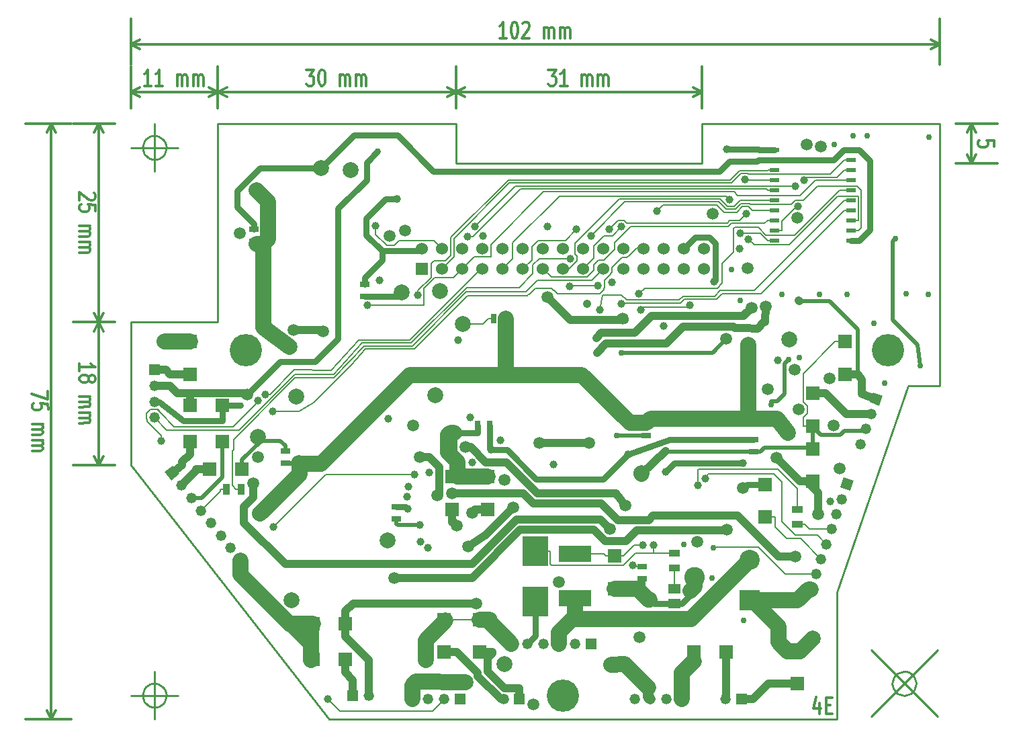
<source format=gbl>
G04 (created by PCBNEW-RS274X (2011-07-20 BZR 3052)-testing) date 2011-07-21 16:28:03*
G01*
G70*
G90*
%MOIN*%
G04 Gerber Fmt 3.4, Leading zero omitted, Abs format*
%FSLAX34Y34*%
G04 APERTURE LIST*
%ADD10C,0.006000*%
%ADD11C,0.012000*%
%ADD12C,0.008700*%
%ADD13C,0.160000*%
%ADD14R,0.050000X0.020000*%
%ADD15R,0.160000X0.080000*%
%ADD16R,0.055000X0.035000*%
%ADD17R,0.035000X0.055000*%
%ADD18R,0.045000X0.025000*%
%ADD19R,0.025000X0.045000*%
%ADD20R,0.052000X0.052000*%
%ADD21C,0.052000*%
%ADD22C,0.060000*%
%ADD23R,0.060000X0.060000*%
%ADD24R,0.066900X0.070800*%
%ADD25R,0.070800X0.066900*%
%ADD26R,0.125000X0.150000*%
%ADD27R,0.060000X0.050000*%
%ADD28R,0.100000X0.100000*%
%ADD29C,0.100000*%
%ADD30C,0.078800*%
%ADD31C,0.039400*%
%ADD32C,0.029500*%
%ADD33C,0.059200*%
%ADD34C,0.059100*%
%ADD35C,0.102400*%
%ADD36C,0.078800*%
%ADD37C,0.024800*%
%ADD38C,0.031600*%
%ADD39C,0.008000*%
%ADD40C,0.007900*%
%ADD41C,0.051800*%
%ADD42C,0.039400*%
%ADD43C,0.031500*%
%ADD44C,0.019700*%
G04 APERTURE END LIST*
G54D10*
G54D11*
X48298Y-42622D02*
X48498Y-42622D01*
X48584Y-43041D02*
X48298Y-43041D01*
X48298Y-42241D01*
X48584Y-42241D01*
X47950Y-42507D02*
X47950Y-43041D01*
X47807Y-42203D02*
X47664Y-42774D01*
X48036Y-42774D01*
G54D12*
X52363Y-26772D02*
X48819Y-37008D01*
X52756Y-41536D02*
X52744Y-41650D01*
X52711Y-41760D01*
X52657Y-41862D01*
X52584Y-41951D01*
X52495Y-42025D01*
X52394Y-42079D01*
X52284Y-42113D01*
X52170Y-42125D01*
X52056Y-42115D01*
X51945Y-42083D01*
X51843Y-42029D01*
X51754Y-41957D01*
X51680Y-41869D01*
X51624Y-41768D01*
X51589Y-41658D01*
X51577Y-41544D01*
X51586Y-41430D01*
X51618Y-41319D01*
X51671Y-41217D01*
X51742Y-41127D01*
X51830Y-41052D01*
X51930Y-40996D01*
X52040Y-40960D01*
X52154Y-40947D01*
X52268Y-40955D01*
X52379Y-40986D01*
X52482Y-41038D01*
X52572Y-41109D01*
X52648Y-41196D01*
X52704Y-41297D01*
X52741Y-41406D01*
X52755Y-41520D01*
X52756Y-41536D01*
X50513Y-39883D02*
X53819Y-43189D01*
X50513Y-43189D02*
X53819Y-39883D01*
X15551Y-42126D02*
X15539Y-42240D01*
X15506Y-42350D01*
X15452Y-42452D01*
X15379Y-42541D01*
X15290Y-42615D01*
X15189Y-42669D01*
X15079Y-42703D01*
X14965Y-42715D01*
X14851Y-42705D01*
X14740Y-42673D01*
X14638Y-42619D01*
X14549Y-42547D01*
X14475Y-42459D01*
X14419Y-42358D01*
X14384Y-42248D01*
X14372Y-42134D01*
X14381Y-42020D01*
X14413Y-41909D01*
X14466Y-41807D01*
X14537Y-41717D01*
X14625Y-41642D01*
X14725Y-41586D01*
X14835Y-41550D01*
X14949Y-41537D01*
X15063Y-41545D01*
X15174Y-41576D01*
X15277Y-41628D01*
X15367Y-41699D01*
X15443Y-41786D01*
X15499Y-41887D01*
X15536Y-41996D01*
X15550Y-42110D01*
X15551Y-42126D01*
X13780Y-42126D02*
X16142Y-42126D01*
X14961Y-40945D02*
X14961Y-43307D01*
X15551Y-14961D02*
X15539Y-15075D01*
X15506Y-15185D01*
X15452Y-15287D01*
X15379Y-15376D01*
X15290Y-15450D01*
X15189Y-15504D01*
X15079Y-15538D01*
X14965Y-15550D01*
X14851Y-15540D01*
X14740Y-15508D01*
X14638Y-15454D01*
X14549Y-15382D01*
X14475Y-15294D01*
X14419Y-15193D01*
X14384Y-15083D01*
X14372Y-14969D01*
X14381Y-14855D01*
X14413Y-14744D01*
X14466Y-14642D01*
X14537Y-14552D01*
X14625Y-14477D01*
X14725Y-14421D01*
X14835Y-14385D01*
X14949Y-14372D01*
X15063Y-14380D01*
X15174Y-14411D01*
X15277Y-14463D01*
X15367Y-14534D01*
X15443Y-14621D01*
X15499Y-14722D01*
X15536Y-14831D01*
X15550Y-14945D01*
X15551Y-14961D01*
X13780Y-14961D02*
X16142Y-14961D01*
X14961Y-13780D02*
X14961Y-16142D01*
G54D11*
X09677Y-27030D02*
X09678Y-27430D01*
X08878Y-27175D01*
X09679Y-27944D02*
X09678Y-27658D01*
X09297Y-27630D01*
X09335Y-27659D01*
X09374Y-27716D01*
X09374Y-27859D01*
X09336Y-27916D01*
X09298Y-27945D01*
X09222Y-27973D01*
X09032Y-27973D01*
X08955Y-27945D01*
X08917Y-27917D01*
X08879Y-27860D01*
X08879Y-27717D01*
X08916Y-27660D01*
X08954Y-27630D01*
X08880Y-28688D02*
X09414Y-28687D01*
X09337Y-28687D02*
X09375Y-28715D01*
X09414Y-28773D01*
X09415Y-28858D01*
X09376Y-28915D01*
X09300Y-28944D01*
X08881Y-28945D01*
X09300Y-28944D02*
X09376Y-28973D01*
X09415Y-29030D01*
X09415Y-29115D01*
X09376Y-29173D01*
X09300Y-29201D01*
X08881Y-29202D01*
X08882Y-29488D02*
X09416Y-29487D01*
X09339Y-29487D02*
X09377Y-29515D01*
X09416Y-29573D01*
X09416Y-29658D01*
X09377Y-29715D01*
X09301Y-29744D01*
X08882Y-29745D01*
X09301Y-29744D02*
X09377Y-29773D01*
X09416Y-29830D01*
X09416Y-29915D01*
X09377Y-29973D01*
X09302Y-30001D01*
X08883Y-30002D01*
X09844Y-13780D02*
X09844Y-43308D01*
X10827Y-13780D02*
X08564Y-13780D01*
X10827Y-43308D02*
X08564Y-43308D01*
X09844Y-43308D02*
X09614Y-42865D01*
X09844Y-43308D02*
X10074Y-42865D01*
X09844Y-13780D02*
X09614Y-14223D01*
X09844Y-13780D02*
X10074Y-14223D01*
X56627Y-14907D02*
X56627Y-14621D01*
X56246Y-14593D01*
X56284Y-14622D01*
X56322Y-14679D01*
X56322Y-14822D01*
X56284Y-14879D01*
X56246Y-14908D01*
X56170Y-14936D01*
X55980Y-14936D01*
X55903Y-14908D01*
X55865Y-14879D01*
X55827Y-14823D01*
X55827Y-14680D01*
X55865Y-14622D01*
X55903Y-14593D01*
X55511Y-13780D02*
X55511Y-15749D01*
X54725Y-13780D02*
X56791Y-13780D01*
X54725Y-15749D02*
X56791Y-15749D01*
X55511Y-15749D02*
X55281Y-15306D01*
X55511Y-15749D02*
X55741Y-15306D01*
X55511Y-13780D02*
X55281Y-14223D01*
X55511Y-13780D02*
X55741Y-14223D01*
X11240Y-26025D02*
X11239Y-25682D01*
X11240Y-25854D02*
X12040Y-25852D01*
X11926Y-25795D01*
X11850Y-25738D01*
X11811Y-25681D01*
X11698Y-26367D02*
X11736Y-26309D01*
X11774Y-26281D01*
X11850Y-26252D01*
X11888Y-26251D01*
X11964Y-26280D01*
X12003Y-26308D01*
X12041Y-26366D01*
X12041Y-26480D01*
X12003Y-26537D01*
X11965Y-26566D01*
X11889Y-26594D01*
X11851Y-26595D01*
X11775Y-26567D01*
X11736Y-26538D01*
X11698Y-26481D01*
X11698Y-26367D01*
X11660Y-26309D01*
X11621Y-26281D01*
X11545Y-26252D01*
X11393Y-26252D01*
X11316Y-26281D01*
X11279Y-26310D01*
X11241Y-26368D01*
X11241Y-26482D01*
X11279Y-26539D01*
X11317Y-26567D01*
X11394Y-26595D01*
X11546Y-26595D01*
X11622Y-26567D01*
X11660Y-26538D01*
X11698Y-26481D01*
X11242Y-27310D02*
X11776Y-27309D01*
X11699Y-27309D02*
X11737Y-27337D01*
X11776Y-27395D01*
X11777Y-27480D01*
X11738Y-27537D01*
X11662Y-27566D01*
X11243Y-27567D01*
X11662Y-27566D02*
X11738Y-27595D01*
X11777Y-27652D01*
X11777Y-27737D01*
X11738Y-27795D01*
X11662Y-27823D01*
X11243Y-27824D01*
X11244Y-28110D02*
X11778Y-28109D01*
X11701Y-28109D02*
X11739Y-28137D01*
X11778Y-28195D01*
X11778Y-28280D01*
X11739Y-28337D01*
X11663Y-28366D01*
X11244Y-28367D01*
X11663Y-28366D02*
X11739Y-28395D01*
X11778Y-28452D01*
X11778Y-28537D01*
X11739Y-28595D01*
X11664Y-28623D01*
X11245Y-28624D01*
X12206Y-23623D02*
X12206Y-30709D01*
X12993Y-23623D02*
X10926Y-23623D01*
X12993Y-30709D02*
X10926Y-30709D01*
X12206Y-30709D02*
X11976Y-30266D01*
X12206Y-30709D02*
X12436Y-30266D01*
X12206Y-23623D02*
X11976Y-24066D01*
X12206Y-23623D02*
X12436Y-24066D01*
X11963Y-17215D02*
X12001Y-17244D01*
X12040Y-17301D01*
X12040Y-17444D01*
X12002Y-17501D01*
X11964Y-17530D01*
X11888Y-17558D01*
X11812Y-17559D01*
X11697Y-17531D01*
X11239Y-17189D01*
X11240Y-17560D01*
X12041Y-18101D02*
X12040Y-17815D01*
X11659Y-17787D01*
X11697Y-17816D01*
X11736Y-17873D01*
X11736Y-18016D01*
X11698Y-18073D01*
X11660Y-18102D01*
X11584Y-18130D01*
X11394Y-18130D01*
X11317Y-18102D01*
X11279Y-18074D01*
X11241Y-18017D01*
X11241Y-17874D01*
X11278Y-17817D01*
X11316Y-17787D01*
X11242Y-18845D02*
X11776Y-18844D01*
X11699Y-18844D02*
X11737Y-18872D01*
X11776Y-18930D01*
X11777Y-19015D01*
X11738Y-19072D01*
X11662Y-19101D01*
X11243Y-19102D01*
X11662Y-19101D02*
X11738Y-19130D01*
X11777Y-19187D01*
X11777Y-19272D01*
X11738Y-19330D01*
X11662Y-19358D01*
X11243Y-19359D01*
X11244Y-19645D02*
X11778Y-19644D01*
X11701Y-19644D02*
X11739Y-19672D01*
X11778Y-19730D01*
X11778Y-19815D01*
X11739Y-19872D01*
X11663Y-19901D01*
X11244Y-19902D01*
X11663Y-19901D02*
X11739Y-19930D01*
X11778Y-19987D01*
X11778Y-20072D01*
X11739Y-20130D01*
X11664Y-20158D01*
X11245Y-20159D01*
X12206Y-13780D02*
X12206Y-23623D01*
X12993Y-13780D02*
X10926Y-13780D01*
X12993Y-23623D02*
X10926Y-23623D01*
X12206Y-23623D02*
X11976Y-23180D01*
X12206Y-23623D02*
X12436Y-23180D01*
X12206Y-13780D02*
X11976Y-14223D01*
X12206Y-13780D02*
X12436Y-14223D01*
X32430Y-09528D02*
X32087Y-09528D01*
X32259Y-09528D02*
X32259Y-08728D01*
X32202Y-08842D01*
X32144Y-08918D01*
X32087Y-08956D01*
X32801Y-08728D02*
X32858Y-08728D01*
X32915Y-08766D01*
X32944Y-08804D01*
X32973Y-08880D01*
X33001Y-09033D01*
X33001Y-09223D01*
X32973Y-09375D01*
X32944Y-09452D01*
X32915Y-09490D01*
X32858Y-09528D01*
X32801Y-09528D01*
X32744Y-09490D01*
X32715Y-09452D01*
X32687Y-09375D01*
X32658Y-09223D01*
X32658Y-09033D01*
X32687Y-08880D01*
X32715Y-08804D01*
X32744Y-08766D01*
X32801Y-08728D01*
X33229Y-08804D02*
X33258Y-08766D01*
X33315Y-08728D01*
X33458Y-08728D01*
X33515Y-08766D01*
X33544Y-08804D01*
X33572Y-08880D01*
X33572Y-08956D01*
X33544Y-09071D01*
X33201Y-09528D01*
X33572Y-09528D01*
X34286Y-09528D02*
X34286Y-08994D01*
X34286Y-09071D02*
X34314Y-09033D01*
X34372Y-08994D01*
X34457Y-08994D01*
X34514Y-09033D01*
X34543Y-09109D01*
X34543Y-09528D01*
X34543Y-09109D02*
X34572Y-09033D01*
X34629Y-08994D01*
X34714Y-08994D01*
X34772Y-09033D01*
X34800Y-09109D01*
X34800Y-09528D01*
X35086Y-09528D02*
X35086Y-08994D01*
X35086Y-09071D02*
X35114Y-09033D01*
X35172Y-08994D01*
X35257Y-08994D01*
X35314Y-09033D01*
X35343Y-09109D01*
X35343Y-09528D01*
X35343Y-09109D02*
X35372Y-09033D01*
X35429Y-08994D01*
X35514Y-08994D01*
X35572Y-09033D01*
X35600Y-09109D01*
X35600Y-09528D01*
X13780Y-09844D02*
X53937Y-09844D01*
X13780Y-10827D02*
X13780Y-08564D01*
X53937Y-10827D02*
X53937Y-08564D01*
X53937Y-09844D02*
X53494Y-10074D01*
X53937Y-09844D02*
X53494Y-09614D01*
X13780Y-09844D02*
X14223Y-10074D01*
X13780Y-09844D02*
X14223Y-09614D01*
X34511Y-11090D02*
X34882Y-11090D01*
X34682Y-11395D01*
X34768Y-11395D01*
X34825Y-11433D01*
X34854Y-11471D01*
X34882Y-11547D01*
X34882Y-11737D01*
X34854Y-11814D01*
X34825Y-11852D01*
X34768Y-11890D01*
X34596Y-11890D01*
X34539Y-11852D01*
X34511Y-11814D01*
X35453Y-11890D02*
X35110Y-11890D01*
X35282Y-11890D02*
X35282Y-11090D01*
X35225Y-11204D01*
X35167Y-11280D01*
X35110Y-11318D01*
X36167Y-11890D02*
X36167Y-11356D01*
X36167Y-11433D02*
X36195Y-11395D01*
X36253Y-11356D01*
X36338Y-11356D01*
X36395Y-11395D01*
X36424Y-11471D01*
X36424Y-11890D01*
X36424Y-11471D02*
X36453Y-11395D01*
X36510Y-11356D01*
X36595Y-11356D01*
X36653Y-11395D01*
X36681Y-11471D01*
X36681Y-11890D01*
X36967Y-11890D02*
X36967Y-11356D01*
X36967Y-11433D02*
X36995Y-11395D01*
X37053Y-11356D01*
X37138Y-11356D01*
X37195Y-11395D01*
X37224Y-11471D01*
X37224Y-11890D01*
X37224Y-11471D02*
X37253Y-11395D01*
X37310Y-11356D01*
X37395Y-11356D01*
X37453Y-11395D01*
X37481Y-11471D01*
X37481Y-11890D01*
X29922Y-12206D02*
X42126Y-12206D01*
X29922Y-12993D02*
X29922Y-10926D01*
X42126Y-12993D02*
X42126Y-10926D01*
X42126Y-12206D02*
X41683Y-12436D01*
X42126Y-12206D02*
X41683Y-11976D01*
X29922Y-12206D02*
X30365Y-12436D01*
X29922Y-12206D02*
X30365Y-11976D01*
X22503Y-11090D02*
X22874Y-11090D01*
X22674Y-11395D01*
X22760Y-11395D01*
X22817Y-11433D01*
X22846Y-11471D01*
X22874Y-11547D01*
X22874Y-11737D01*
X22846Y-11814D01*
X22817Y-11852D01*
X22760Y-11890D01*
X22588Y-11890D01*
X22531Y-11852D01*
X22503Y-11814D01*
X23245Y-11090D02*
X23302Y-11090D01*
X23359Y-11128D01*
X23388Y-11166D01*
X23417Y-11242D01*
X23445Y-11395D01*
X23445Y-11585D01*
X23417Y-11737D01*
X23388Y-11814D01*
X23359Y-11852D01*
X23302Y-11890D01*
X23245Y-11890D01*
X23188Y-11852D01*
X23159Y-11814D01*
X23131Y-11737D01*
X23102Y-11585D01*
X23102Y-11395D01*
X23131Y-11242D01*
X23159Y-11166D01*
X23188Y-11128D01*
X23245Y-11090D01*
X24159Y-11890D02*
X24159Y-11356D01*
X24159Y-11433D02*
X24187Y-11395D01*
X24245Y-11356D01*
X24330Y-11356D01*
X24387Y-11395D01*
X24416Y-11471D01*
X24416Y-11890D01*
X24416Y-11471D02*
X24445Y-11395D01*
X24502Y-11356D01*
X24587Y-11356D01*
X24645Y-11395D01*
X24673Y-11471D01*
X24673Y-11890D01*
X24959Y-11890D02*
X24959Y-11356D01*
X24959Y-11433D02*
X24987Y-11395D01*
X25045Y-11356D01*
X25130Y-11356D01*
X25187Y-11395D01*
X25216Y-11471D01*
X25216Y-11890D01*
X25216Y-11471D02*
X25245Y-11395D01*
X25302Y-11356D01*
X25387Y-11356D01*
X25445Y-11395D01*
X25473Y-11471D01*
X25473Y-11890D01*
X18111Y-12206D02*
X29922Y-12206D01*
X18111Y-12993D02*
X18111Y-10926D01*
X29922Y-12993D02*
X29922Y-10926D01*
X29922Y-12206D02*
X29479Y-12436D01*
X29922Y-12206D02*
X29479Y-11976D01*
X18111Y-12206D02*
X18554Y-12436D01*
X18111Y-12206D02*
X18554Y-11976D01*
G54D12*
X42126Y-15749D02*
X29922Y-15749D01*
X42126Y-13780D02*
X42126Y-15749D01*
X53937Y-13780D02*
X42126Y-13780D01*
X29922Y-13780D02*
X29922Y-15749D01*
X18111Y-13780D02*
X29922Y-13780D01*
X18111Y-21654D02*
X18111Y-13780D01*
X53937Y-26772D02*
X53937Y-13780D01*
X52363Y-26772D02*
X53937Y-26772D01*
X48819Y-37008D02*
X48819Y-43308D01*
X37796Y-43308D02*
X48819Y-43308D01*
X23623Y-43308D02*
X33859Y-43308D01*
G54D11*
X14803Y-11890D02*
X14460Y-11890D01*
X14632Y-11890D02*
X14632Y-11090D01*
X14575Y-11204D01*
X14517Y-11280D01*
X14460Y-11318D01*
X15374Y-11890D02*
X15031Y-11890D01*
X15203Y-11890D02*
X15203Y-11090D01*
X15146Y-11204D01*
X15088Y-11280D01*
X15031Y-11318D01*
X16088Y-11890D02*
X16088Y-11356D01*
X16088Y-11433D02*
X16116Y-11395D01*
X16174Y-11356D01*
X16259Y-11356D01*
X16316Y-11395D01*
X16345Y-11471D01*
X16345Y-11890D01*
X16345Y-11471D02*
X16374Y-11395D01*
X16431Y-11356D01*
X16516Y-11356D01*
X16574Y-11395D01*
X16602Y-11471D01*
X16602Y-11890D01*
X16888Y-11890D02*
X16888Y-11356D01*
X16888Y-11433D02*
X16916Y-11395D01*
X16974Y-11356D01*
X17059Y-11356D01*
X17116Y-11395D01*
X17145Y-11471D01*
X17145Y-11890D01*
X17145Y-11471D02*
X17174Y-11395D01*
X17231Y-11356D01*
X17316Y-11356D01*
X17374Y-11395D01*
X17402Y-11471D01*
X17402Y-11890D01*
X13780Y-12206D02*
X18111Y-12206D01*
X13780Y-12993D02*
X13780Y-10926D01*
X18111Y-12993D02*
X18111Y-10926D01*
X18111Y-12206D02*
X17668Y-12436D01*
X18111Y-12206D02*
X17668Y-11976D01*
X13780Y-12206D02*
X14223Y-12436D01*
X13780Y-12206D02*
X14223Y-11976D01*
G54D12*
X33859Y-43308D02*
X37796Y-43308D01*
X23623Y-43308D02*
X13780Y-30709D01*
X13780Y-23623D02*
X13780Y-30709D01*
X18111Y-23623D02*
X13780Y-23623D01*
X18111Y-21654D02*
X18111Y-23623D01*
G54D13*
X51378Y-25000D03*
X19489Y-25000D03*
X35237Y-42126D03*
G54D14*
X45738Y-19573D03*
X45738Y-19073D03*
X45738Y-18573D03*
X45738Y-18073D03*
X45738Y-17573D03*
X45738Y-17073D03*
X45738Y-16573D03*
X45738Y-16073D03*
X45738Y-15573D03*
X45738Y-15073D03*
X49538Y-15073D03*
X49538Y-15573D03*
X49538Y-16073D03*
X49538Y-16573D03*
X49538Y-17073D03*
X49538Y-17573D03*
X49538Y-18073D03*
X49538Y-18573D03*
X49538Y-19073D03*
X49538Y-19573D03*
G54D15*
X35827Y-37321D03*
X35827Y-35121D03*
G54D16*
X46851Y-33643D03*
X46851Y-32893D03*
G54D17*
X18523Y-31890D03*
X19273Y-31890D03*
G54D16*
X40749Y-35809D03*
X40749Y-35059D03*
G54D18*
X39174Y-36324D03*
X39174Y-35724D03*
X44489Y-15655D03*
X44489Y-15055D03*
X44686Y-30025D03*
X44686Y-29425D03*
G54D19*
X31000Y-28741D03*
X31600Y-28741D03*
G54D18*
X19882Y-18992D03*
X19882Y-19592D03*
X21457Y-30015D03*
X21457Y-30615D03*
G54D19*
X31787Y-23426D03*
X32387Y-23426D03*
G54D18*
X39371Y-29237D03*
X39371Y-28637D03*
X25394Y-22348D03*
X25394Y-21748D03*
X26969Y-33371D03*
X26969Y-32771D03*
G54D20*
X36614Y-39567D03*
G54D21*
X35827Y-39567D03*
X35039Y-39567D03*
X34253Y-39567D03*
X33465Y-39567D03*
X32678Y-39567D03*
G54D20*
X30118Y-42323D03*
G54D21*
X29330Y-42323D03*
X28544Y-42323D03*
X27756Y-42323D03*
G54D10*
G36*
X50939Y-27757D02*
X50448Y-27588D01*
X50617Y-27097D01*
X51108Y-27266D01*
X50939Y-27757D01*
X50939Y-27757D01*
G37*
G54D21*
X50522Y-28172D03*
X50266Y-28916D03*
X50010Y-29661D03*
G54D20*
X14961Y-25984D03*
G54D21*
X14961Y-26772D03*
X14961Y-27558D03*
X14961Y-28346D03*
G54D20*
X41142Y-42323D03*
G54D21*
X40354Y-42323D03*
X39568Y-42323D03*
X38780Y-42323D03*
G54D20*
X33071Y-42323D03*
G54D21*
X32284Y-42323D03*
G54D20*
X24804Y-42126D03*
G54D21*
X25591Y-42126D03*
G54D20*
X44095Y-42323D03*
G54D21*
X43308Y-42323D03*
G54D22*
X42237Y-20973D03*
X42237Y-19973D03*
X41237Y-19973D03*
X41237Y-20973D03*
G54D23*
X28237Y-20973D03*
G54D22*
X28237Y-19973D03*
X29237Y-20973D03*
X29237Y-19973D03*
X30237Y-20973D03*
X30237Y-19973D03*
X31237Y-20973D03*
X31237Y-19973D03*
X32237Y-20973D03*
X32237Y-19973D03*
X33237Y-20973D03*
X33237Y-19973D03*
X34237Y-20973D03*
X34237Y-19973D03*
X35237Y-20973D03*
X35237Y-19973D03*
X36237Y-20973D03*
X36237Y-19973D03*
X37237Y-20973D03*
X37237Y-19973D03*
X38237Y-20973D03*
X38237Y-19973D03*
X39237Y-20973D03*
X39237Y-19973D03*
X40237Y-20973D03*
X40237Y-19973D03*
G54D24*
X49213Y-24587D03*
X49213Y-26201D03*
G54D25*
X18327Y-27756D03*
X16713Y-27756D03*
G54D24*
X16733Y-24587D03*
X16733Y-26201D03*
G54D25*
X22816Y-38583D03*
X24430Y-38583D03*
G54D24*
X46851Y-39942D03*
X46851Y-41556D03*
G54D25*
X41713Y-39961D03*
X43327Y-39961D03*
G54D24*
X29725Y-31280D03*
X29725Y-32894D03*
X31497Y-31280D03*
X31497Y-32894D03*
G54D25*
X22816Y-40355D03*
X24430Y-40355D03*
G54D24*
X29331Y-38367D03*
X29331Y-39981D03*
X37796Y-36831D03*
X37796Y-35217D03*
X47638Y-28760D03*
X47638Y-27146D03*
G54D25*
X18327Y-29528D03*
X16713Y-29528D03*
X19311Y-30906D03*
X17697Y-30906D03*
G54D24*
X47638Y-29902D03*
X47638Y-31516D03*
X45276Y-33288D03*
X45276Y-31674D03*
X31103Y-38367D03*
X31103Y-39981D03*
G54D26*
X33859Y-34971D03*
X33859Y-37471D03*
G54D27*
X40749Y-36830D03*
X40749Y-37580D03*
G54D28*
X44489Y-37418D03*
G54D29*
X44489Y-35418D03*
G54D10*
G36*
X16189Y-31142D02*
X15779Y-31462D01*
X15459Y-31052D01*
X15869Y-30732D01*
X16189Y-31142D01*
X16189Y-31142D01*
G37*
G54D21*
X16308Y-31717D03*
X16793Y-32337D03*
X17278Y-32958D03*
X17762Y-33578D03*
X18247Y-34199D03*
X18732Y-34819D03*
X19216Y-35439D03*
G54D10*
G36*
X49484Y-31977D02*
X48993Y-31808D01*
X49162Y-31317D01*
X49653Y-31486D01*
X49484Y-31977D01*
X49484Y-31977D01*
G37*
G54D21*
X49067Y-32391D03*
X48810Y-33135D03*
X48554Y-33880D03*
X48298Y-34624D03*
X48042Y-35369D03*
X47785Y-36113D03*
X47529Y-36857D03*
G54D30*
X29135Y-22073D03*
X46447Y-24459D03*
X44427Y-24755D03*
X21755Y-37393D03*
X21982Y-27293D03*
X46388Y-29115D03*
X21674Y-24833D03*
X26883Y-26981D03*
X24693Y-16063D03*
X38281Y-28344D03*
X20024Y-17064D03*
X20207Y-33107D03*
G54D31*
X44154Y-30607D03*
X40341Y-31025D03*
X38465Y-30168D03*
X43377Y-15025D03*
X27005Y-17502D03*
X27512Y-32862D03*
X31674Y-29951D03*
G54D32*
X41244Y-34627D03*
G54D31*
X42738Y-21593D03*
X25545Y-22782D03*
X26132Y-21536D03*
X35602Y-20463D03*
X45906Y-25512D03*
X40237Y-23810D03*
X37678Y-21644D03*
X28512Y-34807D03*
G54D32*
X42705Y-34804D03*
G54D31*
X37077Y-23022D03*
X20478Y-27203D03*
X44444Y-19504D03*
X43492Y-17540D03*
X27510Y-32258D03*
X44038Y-19217D03*
X44338Y-18226D03*
X37538Y-19019D03*
X35905Y-19019D03*
X32129Y-29481D03*
X38145Y-18881D03*
X44277Y-16552D03*
X41930Y-31693D03*
X41530Y-22777D03*
X39095Y-23004D03*
X25935Y-18834D03*
X23550Y-42300D03*
X15300Y-29500D03*
X20099Y-27520D03*
X20827Y-28032D03*
G54D32*
X42623Y-36304D03*
G54D31*
X26567Y-28412D03*
X27557Y-31782D03*
X30639Y-28330D03*
X30715Y-30575D03*
X35561Y-21851D03*
X36963Y-21797D03*
G54D32*
X43583Y-21014D03*
G54D31*
X28164Y-34500D03*
X42284Y-31369D03*
G54D30*
X30394Y-41457D03*
X32344Y-40582D03*
X37638Y-40591D03*
G54D33*
X42659Y-18249D03*
X19192Y-19211D03*
G54D32*
X26034Y-15144D03*
G54D33*
X44396Y-20930D03*
X19578Y-27208D03*
G54D32*
X46939Y-22550D03*
G54D33*
X27379Y-19087D03*
X26625Y-19329D03*
X21873Y-23995D03*
X23337Y-24063D03*
X26854Y-36294D03*
X43354Y-33908D03*
G54D32*
X46095Y-22247D03*
G54D33*
X46934Y-27954D03*
X46861Y-18455D03*
X20109Y-30323D03*
X19853Y-31614D03*
X37559Y-33868D03*
X47344Y-14792D03*
G54D32*
X47948Y-22240D03*
G54D33*
X28137Y-30291D03*
X29002Y-32208D03*
X29715Y-32107D03*
X46747Y-35234D03*
X47891Y-33132D03*
X45827Y-30355D03*
X46718Y-25961D03*
X48476Y-26396D03*
X48038Y-14899D03*
G54D31*
X48504Y-32520D03*
G54D32*
X51191Y-26634D03*
X48701Y-14794D03*
G54D33*
X44171Y-31855D03*
X38337Y-32707D03*
X30407Y-29807D03*
X27791Y-28726D03*
G54D32*
X50327Y-14370D03*
G54D34*
X38199Y-23426D03*
G54D33*
X34459Y-22370D03*
G54D32*
X36437Y-22697D03*
X36428Y-22697D03*
X36418Y-22697D03*
X44026Y-22530D03*
G54D33*
X33777Y-42559D03*
X48965Y-30875D03*
X48662Y-28731D03*
G54D32*
X49633Y-14370D03*
X49313Y-22229D03*
X36929Y-25131D03*
G54D33*
X45286Y-22855D03*
X32760Y-32801D03*
X30522Y-34725D03*
X36530Y-29605D03*
X44587Y-22914D03*
G54D32*
X36910Y-24410D03*
G54D33*
X34056Y-29610D03*
X30941Y-37566D03*
G54D32*
X52953Y-25788D03*
X46949Y-25374D03*
G54D33*
X43336Y-24437D03*
G54D32*
X51723Y-19479D03*
G54D33*
X35045Y-36516D03*
X39021Y-39226D03*
G54D32*
X38119Y-25127D03*
X52274Y-22218D03*
X44203Y-38396D03*
X46437Y-25463D03*
G54D34*
X32323Y-31437D03*
G54D32*
X45561Y-27717D03*
G54D34*
X29960Y-33690D03*
G54D33*
X45394Y-26939D03*
X41882Y-34521D03*
X30732Y-33072D03*
G54D32*
X53348Y-22244D03*
X53401Y-14450D03*
X50650Y-23689D03*
G54D31*
X28034Y-22266D03*
X30479Y-19379D03*
X39886Y-18118D03*
X34454Y-18886D03*
X27878Y-31182D03*
X20853Y-33784D03*
X46902Y-17860D03*
X46759Y-16863D03*
X30860Y-18861D03*
X28595Y-31087D03*
X31276Y-19344D03*
X36615Y-19344D03*
X30039Y-24510D03*
X38121Y-22697D03*
X34753Y-30679D03*
X39009Y-22216D03*
X43999Y-19982D03*
X47180Y-16571D03*
G54D30*
X21693Y-38623D03*
X26536Y-34430D03*
X28908Y-27225D03*
X47638Y-39311D03*
X15463Y-24587D03*
G54D32*
X19233Y-27756D03*
X37904Y-29233D03*
G54D30*
X28420Y-40376D03*
X30262Y-23692D03*
X27224Y-22129D03*
X39144Y-31093D03*
G54D35*
X41770Y-36268D03*
G54D30*
X23238Y-15985D03*
G54D31*
X28124Y-33689D03*
G54D30*
X20089Y-29316D03*
X29833Y-29092D03*
G54D31*
X39203Y-34680D03*
X38683Y-35683D03*
X39727Y-34678D03*
G54D36*
X45856Y-28397D02*
X46388Y-29115D01*
X44427Y-28397D02*
X45856Y-28397D01*
X39589Y-28397D02*
X44427Y-28397D01*
X39371Y-28615D02*
X39589Y-28397D01*
X44427Y-28397D02*
X44427Y-24755D01*
X35938Y-38327D02*
X35827Y-38216D01*
X41580Y-38327D02*
X35938Y-38327D01*
X44489Y-35418D02*
X41580Y-38327D01*
X32408Y-23426D02*
X32408Y-26236D01*
X27628Y-26236D02*
X26883Y-26981D01*
X32408Y-26236D02*
X27628Y-26236D01*
X20374Y-23871D02*
X21674Y-24833D01*
X20374Y-19727D02*
X20374Y-23871D01*
X20603Y-17643D02*
X20024Y-17064D01*
X20603Y-19498D02*
X20603Y-17643D01*
X20374Y-19727D02*
X20603Y-19498D01*
X20017Y-19727D02*
X20374Y-19727D01*
G54D37*
X20017Y-19727D02*
X19882Y-19592D01*
X32408Y-23426D02*
X32387Y-23426D01*
X39371Y-28615D02*
X39371Y-28637D01*
G54D36*
X35827Y-37321D02*
X35827Y-38216D01*
X35039Y-39004D02*
X35827Y-38216D01*
X35039Y-39567D02*
X35039Y-39004D01*
X36173Y-26236D02*
X38281Y-28344D01*
X32408Y-26236D02*
X36173Y-26236D01*
X38552Y-28615D02*
X38281Y-28344D01*
X39371Y-28615D02*
X38552Y-28615D01*
G54D37*
X21457Y-30615D02*
X22132Y-30615D01*
G54D36*
X22132Y-30615D02*
X22153Y-30636D01*
X23228Y-30636D02*
X26883Y-26981D01*
X22153Y-30636D02*
X23228Y-30636D01*
X22153Y-31161D02*
X20207Y-33107D01*
X22153Y-30636D02*
X22153Y-31161D01*
G54D38*
X26255Y-20539D02*
X25394Y-21400D01*
X26255Y-20076D02*
X26255Y-20539D01*
X25477Y-19298D02*
X26255Y-20076D01*
X25477Y-18469D02*
X25477Y-19298D01*
X26444Y-17502D02*
X25477Y-18469D01*
X27005Y-17502D02*
X26444Y-17502D01*
X28134Y-20076D02*
X28237Y-19973D01*
X26255Y-20076D02*
X28134Y-20076D01*
X40759Y-30607D02*
X40341Y-31025D01*
X44154Y-30607D02*
X40759Y-30607D01*
X31600Y-29877D02*
X31674Y-29951D01*
X31600Y-28741D02*
X31600Y-29877D01*
X44011Y-15025D02*
X43377Y-15025D01*
X44041Y-15055D02*
X44011Y-15025D01*
X40541Y-29425D02*
X38465Y-30168D01*
X44686Y-29425D02*
X40541Y-29425D01*
X44489Y-15055D02*
X44041Y-15055D01*
X27421Y-32771D02*
X27512Y-32862D01*
X26969Y-32771D02*
X27421Y-32771D01*
X44937Y-15055D02*
X44489Y-15055D01*
X44955Y-15073D02*
X45738Y-15073D01*
X44937Y-15055D02*
X44955Y-15073D01*
X25394Y-21748D02*
X25394Y-21400D01*
X32450Y-29951D02*
X31674Y-29951D01*
X33889Y-31390D02*
X32450Y-29951D01*
X37213Y-31390D02*
X33889Y-31390D01*
X38465Y-30168D02*
X37213Y-31390D01*
X42801Y-21530D02*
X42738Y-21593D01*
X42801Y-19705D02*
X42801Y-21530D01*
X42510Y-19414D02*
X42801Y-19705D01*
X41796Y-19414D02*
X42510Y-19414D01*
X41237Y-19973D02*
X41796Y-19414D01*
G54D39*
X29824Y-20386D02*
X29237Y-20973D01*
X29824Y-19470D02*
X29824Y-20386D01*
X32576Y-16718D02*
X29824Y-19470D01*
X43593Y-16718D02*
X32576Y-16718D01*
X44061Y-16250D02*
X43593Y-16718D01*
X44403Y-16250D02*
X44061Y-16250D01*
X44432Y-16279D02*
X44403Y-16250D01*
X47045Y-16279D02*
X44432Y-16279D01*
X47055Y-16269D02*
X47045Y-16279D01*
X48487Y-16269D02*
X47055Y-16269D01*
X49183Y-15573D02*
X48487Y-16269D01*
X49538Y-15573D02*
X49183Y-15573D01*
X49538Y-16573D02*
X47757Y-16573D01*
X46997Y-17333D02*
X47757Y-16573D01*
X43900Y-17333D02*
X46997Y-17333D01*
X43720Y-17153D02*
X43900Y-17333D01*
X34261Y-17153D02*
X43720Y-17153D01*
X31649Y-19765D02*
X34261Y-17153D01*
X31649Y-20357D02*
X31649Y-19765D01*
X31627Y-20379D02*
X31649Y-20357D01*
X30831Y-20379D02*
X31627Y-20379D01*
X30237Y-20973D02*
X30831Y-20379D01*
X29790Y-21420D02*
X30237Y-20973D01*
X28864Y-21420D02*
X29790Y-21420D01*
X28341Y-21943D02*
X28864Y-21420D01*
X28341Y-22759D02*
X28341Y-21943D01*
X28318Y-22782D02*
X28341Y-22759D01*
X25545Y-22782D02*
X28318Y-22782D01*
X34054Y-20463D02*
X35602Y-20463D01*
X33738Y-20779D02*
X34054Y-20463D01*
X33738Y-21201D02*
X33738Y-20779D01*
X33048Y-21891D02*
X33738Y-21201D01*
X30449Y-21891D02*
X33048Y-21891D01*
X27695Y-24645D02*
X30449Y-21891D01*
X25271Y-24655D02*
X27695Y-24645D01*
X19149Y-28961D02*
X21921Y-26190D01*
X21921Y-26190D02*
X23853Y-26192D01*
X23853Y-26192D02*
X25271Y-24655D01*
X15576Y-28961D02*
X19149Y-28961D01*
X14961Y-28346D02*
X15576Y-28961D01*
X42732Y-34777D02*
X42705Y-34804D01*
X44924Y-34777D02*
X42732Y-34777D01*
X46260Y-36113D02*
X44924Y-34777D01*
X47785Y-36113D02*
X46260Y-36113D01*
X37196Y-22264D02*
X37077Y-23022D01*
X38139Y-22264D02*
X37196Y-22264D01*
X38396Y-22521D02*
X38139Y-22264D01*
X41006Y-22521D02*
X38396Y-22521D01*
X41197Y-22330D02*
X41006Y-22521D01*
X42747Y-22330D02*
X41197Y-22330D01*
X43038Y-22039D02*
X42747Y-22330D01*
X44717Y-22039D02*
X43038Y-22039D01*
X49183Y-17573D02*
X44717Y-22039D01*
X31161Y-20973D02*
X31237Y-20973D01*
X27634Y-24500D02*
X31161Y-20973D01*
X23721Y-25995D02*
X25109Y-24500D01*
X25109Y-24500D02*
X27634Y-24500D01*
X20703Y-27202D02*
X21890Y-25975D01*
X21890Y-25975D02*
X23721Y-25995D01*
X20478Y-27202D02*
X20703Y-27202D01*
X20478Y-27203D02*
X20478Y-27202D01*
X49538Y-17573D02*
X49183Y-17573D01*
X44719Y-19779D02*
X44444Y-19504D01*
X46453Y-19779D02*
X44719Y-19779D01*
X48865Y-17367D02*
X46453Y-19779D01*
X49871Y-17367D02*
X48865Y-17367D01*
X49893Y-17389D02*
X49871Y-17367D01*
X49893Y-18573D02*
X49893Y-17389D01*
X43315Y-17363D02*
X43492Y-17540D01*
X35055Y-17363D02*
X43315Y-17363D01*
X32737Y-19681D02*
X35055Y-17363D01*
X32737Y-20473D02*
X32737Y-19681D01*
X32237Y-20973D02*
X32737Y-20473D01*
X49538Y-18573D02*
X49893Y-18573D01*
X44053Y-19202D02*
X44038Y-19217D01*
X45012Y-19202D02*
X44053Y-19202D01*
X45383Y-19573D02*
X45012Y-19202D01*
X37978Y-18579D02*
X37538Y-19019D01*
X38271Y-18579D02*
X37978Y-18579D01*
X38393Y-18701D02*
X38271Y-18579D01*
X43381Y-18701D02*
X38393Y-18701D01*
X43509Y-18573D02*
X43381Y-18701D01*
X43991Y-18573D02*
X43509Y-18573D01*
X44338Y-18226D02*
X43991Y-18573D01*
X45738Y-19573D02*
X45383Y-19573D01*
X35357Y-19567D02*
X35905Y-19019D01*
X33979Y-19567D02*
X35357Y-19567D01*
X33685Y-19861D02*
X33979Y-19567D01*
X33685Y-20525D02*
X33685Y-19861D01*
X33237Y-20973D02*
X33685Y-20525D01*
X45238Y-18718D02*
X45383Y-18573D01*
X43587Y-18718D02*
X45238Y-18718D01*
X43442Y-18863D02*
X43587Y-18718D01*
X38591Y-18863D02*
X43442Y-18863D01*
X37794Y-19660D02*
X38591Y-18863D01*
X37794Y-20004D02*
X37794Y-19660D01*
X37253Y-20545D02*
X37794Y-20004D01*
X37001Y-20545D02*
X37253Y-20545D01*
X36774Y-20772D02*
X37001Y-20545D01*
X36774Y-21043D02*
X36774Y-20772D01*
X36429Y-21388D02*
X36774Y-21043D01*
X34652Y-21388D02*
X36429Y-21388D01*
X34237Y-20973D02*
X34652Y-21388D01*
X45738Y-18573D02*
X45383Y-18573D01*
X44016Y-17573D02*
X45738Y-17573D01*
X35237Y-20973D02*
X35541Y-20973D01*
X35541Y-20973D02*
X35925Y-20589D01*
X35925Y-20589D02*
X35925Y-20337D01*
X35925Y-20337D02*
X35832Y-20244D01*
X35832Y-20244D02*
X35832Y-19700D01*
X35832Y-19700D02*
X38024Y-17508D01*
X38024Y-17508D02*
X43033Y-17508D01*
X43033Y-17508D02*
X43394Y-17869D01*
X43394Y-17869D02*
X43720Y-17869D01*
X43720Y-17869D02*
X44016Y-17573D01*
X37681Y-19345D02*
X38145Y-18881D01*
X37261Y-19345D02*
X37681Y-19345D01*
X36754Y-19852D02*
X37261Y-19345D01*
X36754Y-20456D02*
X36754Y-19852D01*
X36237Y-20973D02*
X36754Y-20456D01*
X44298Y-16573D02*
X44277Y-16552D01*
X45738Y-16573D02*
X44298Y-16573D01*
X36662Y-21548D02*
X37237Y-20973D01*
X33954Y-21548D02*
X35227Y-21546D01*
X35227Y-21546D02*
X36662Y-21548D01*
X33391Y-22111D02*
X33954Y-21548D01*
X30435Y-22111D02*
X33391Y-22111D01*
X27756Y-24790D02*
X30435Y-22111D01*
X25368Y-24803D02*
X27756Y-24790D01*
X18889Y-29427D02*
X21942Y-26374D01*
X21942Y-26374D02*
X23878Y-26381D01*
X23878Y-26381D02*
X25368Y-24803D01*
X18889Y-29931D02*
X18889Y-29427D01*
X18815Y-30005D02*
X18889Y-29931D01*
X18815Y-31712D02*
X18815Y-30005D01*
X18993Y-31890D02*
X18815Y-31712D01*
X19273Y-31890D02*
X18993Y-31890D01*
X41433Y-22874D02*
X41530Y-22777D01*
X39225Y-22874D02*
X41433Y-22874D01*
X39095Y-23004D02*
X39225Y-22874D01*
X46851Y-32893D02*
X46851Y-31862D01*
X41934Y-30926D02*
X41930Y-31693D01*
X41951Y-30909D02*
X41934Y-30926D01*
X45898Y-30909D02*
X41951Y-30909D01*
X46851Y-31862D02*
X45898Y-30909D01*
X25935Y-19257D02*
X25935Y-18834D01*
X26491Y-19813D02*
X25935Y-19257D01*
X26854Y-19813D02*
X26491Y-19813D01*
X27109Y-19558D02*
X26854Y-19813D01*
X28822Y-19558D02*
X27109Y-19558D01*
X29237Y-19973D02*
X28822Y-19558D01*
G54D40*
X29330Y-42323D02*
X29350Y-42300D01*
X24150Y-42900D02*
X23550Y-42300D01*
X28750Y-42900D02*
X24150Y-42900D01*
X29350Y-42300D02*
X28750Y-42900D01*
X15300Y-29500D02*
X15300Y-29250D01*
X15300Y-29250D02*
X14600Y-28550D01*
X14600Y-28550D02*
X14600Y-28450D01*
X14600Y-28450D02*
X14550Y-28400D01*
X14550Y-28400D02*
X14550Y-28150D01*
X14550Y-28150D02*
X14750Y-27950D01*
X14750Y-27950D02*
X15100Y-27950D01*
X15100Y-27950D02*
X15150Y-28000D01*
X15150Y-28000D02*
X15158Y-27993D01*
X15158Y-27993D02*
X15200Y-28050D01*
X15200Y-28050D02*
X15197Y-28032D01*
X15197Y-28032D02*
X15250Y-28100D01*
X15250Y-28100D02*
X15119Y-27953D01*
X15119Y-27953D02*
X15300Y-28150D01*
X15300Y-28150D02*
X15944Y-28794D01*
X15944Y-28794D02*
X18056Y-28794D01*
X18056Y-28794D02*
X18059Y-28791D01*
X18059Y-28791D02*
X18868Y-28791D01*
X18868Y-28791D02*
X20229Y-27430D01*
X20229Y-27430D02*
X20099Y-27520D01*
X20827Y-28032D02*
X20814Y-28036D01*
X20814Y-28036D02*
X22131Y-28036D01*
X22131Y-28036D02*
X22850Y-27606D01*
X22850Y-27606D02*
X24729Y-25743D01*
X24729Y-25743D02*
X25439Y-24950D01*
X25439Y-24950D02*
X27850Y-24950D01*
X27850Y-24950D02*
X30500Y-22300D01*
X30500Y-22300D02*
X33450Y-22300D01*
X33450Y-22300D02*
X33500Y-22250D01*
X33500Y-22250D02*
X33550Y-22250D01*
X33550Y-22250D02*
X33850Y-21950D01*
X33850Y-21950D02*
X34650Y-21950D01*
X34650Y-21950D02*
X34750Y-22050D01*
X34750Y-22050D02*
X34800Y-22050D01*
X34800Y-22050D02*
X34950Y-22200D01*
X34950Y-22200D02*
X35550Y-22200D01*
X35550Y-22200D02*
X35552Y-22198D01*
X35552Y-22198D02*
X37052Y-22198D01*
X37052Y-22198D02*
X37250Y-22000D01*
X37250Y-22000D02*
X37250Y-21950D01*
X37250Y-21950D02*
X37300Y-21900D01*
X37300Y-21900D02*
X37300Y-21550D01*
X37300Y-21550D02*
X37600Y-21250D01*
X37600Y-21250D02*
X37600Y-21200D01*
X37600Y-21200D02*
X37650Y-21150D01*
X37650Y-21150D02*
X37650Y-20900D01*
X37650Y-20900D02*
X38150Y-20400D01*
X38150Y-20400D02*
X38400Y-20400D01*
X38400Y-20400D02*
X38450Y-20350D01*
X38450Y-20350D02*
X38500Y-20350D01*
X38500Y-20350D02*
X38900Y-19950D01*
X38900Y-19950D02*
X39250Y-19950D01*
X39250Y-19950D02*
X39237Y-19973D01*
X35615Y-21797D02*
X35561Y-21851D01*
X36963Y-21797D02*
X35615Y-21797D01*
G54D39*
X36906Y-21854D02*
X36963Y-21797D01*
X48298Y-34624D02*
X47848Y-34174D01*
X47848Y-34174D02*
X46767Y-34174D01*
X46767Y-34174D02*
X46103Y-33510D01*
X46103Y-33510D02*
X46103Y-31528D01*
X46103Y-31528D02*
X45711Y-31136D01*
X45711Y-31136D02*
X42425Y-31136D01*
X42425Y-31136D02*
X42284Y-31369D01*
G54D36*
X38295Y-40582D02*
X37638Y-40591D01*
X39466Y-41753D02*
X38295Y-40582D01*
X27942Y-41443D02*
X30394Y-41457D01*
X27756Y-41629D02*
X27942Y-41443D01*
X27756Y-42323D02*
X27756Y-41629D01*
G54D41*
X39466Y-42221D02*
X39568Y-42323D01*
X39466Y-41753D02*
X39466Y-42221D01*
G54D39*
X18243Y-31993D02*
X18243Y-31890D01*
X17278Y-32958D02*
X18243Y-31993D01*
X18523Y-31890D02*
X18243Y-31890D01*
G54D42*
X14961Y-25984D02*
X15519Y-25984D01*
X15736Y-26201D02*
X15519Y-25984D01*
X16733Y-26201D02*
X15736Y-26201D01*
G54D43*
X24075Y-17974D02*
X24075Y-24439D01*
X26034Y-15144D02*
X25483Y-15695D01*
X25483Y-15695D02*
X25483Y-16566D01*
X25483Y-16566D02*
X24075Y-17974D01*
X21205Y-25581D02*
X19578Y-27208D01*
X22933Y-25581D02*
X21205Y-25581D01*
X24075Y-24439D02*
X22933Y-25581D01*
G54D42*
X19494Y-27124D02*
X19578Y-27208D01*
X16713Y-27124D02*
X19494Y-27124D01*
X16081Y-27124D02*
X16713Y-27124D01*
X15729Y-26772D02*
X16081Y-27124D01*
X14961Y-26772D02*
X15729Y-26772D01*
X16713Y-27756D02*
X16713Y-27124D01*
G54D44*
X47304Y-22572D02*
X46961Y-22572D01*
G54D42*
X46961Y-22572D02*
X46939Y-22550D01*
X50069Y-26481D02*
X50069Y-27183D01*
X50037Y-26449D02*
X50069Y-26481D01*
X50037Y-26392D02*
X50037Y-26449D01*
X49846Y-26201D02*
X50037Y-26392D01*
X49846Y-26201D02*
X49213Y-26201D01*
X50778Y-27427D02*
X50069Y-27183D01*
G54D44*
X48449Y-22572D02*
X47304Y-22572D01*
X47304Y-22572D02*
X47280Y-22572D01*
X49846Y-23969D02*
X48449Y-22572D01*
X49846Y-26201D02*
X49846Y-23969D01*
G54D42*
X23269Y-23995D02*
X21873Y-23995D01*
X23337Y-24063D02*
X23269Y-23995D01*
X49296Y-28172D02*
X48270Y-27146D01*
X50522Y-28172D02*
X49296Y-28172D01*
X48270Y-27146D02*
X47638Y-27146D01*
X43337Y-33925D02*
X43354Y-33908D01*
X38909Y-33925D02*
X43337Y-33925D01*
X38372Y-34462D02*
X38909Y-33925D01*
X37313Y-34462D02*
X38372Y-34462D01*
X36774Y-33923D02*
X37313Y-34462D01*
X33110Y-33923D02*
X36774Y-33923D01*
X30739Y-36294D02*
X33110Y-33923D01*
X26854Y-36294D02*
X30739Y-36294D01*
X16713Y-29528D02*
X16713Y-30161D01*
X15824Y-31097D02*
X16318Y-30711D01*
X16318Y-30556D02*
X16713Y-30161D01*
X16318Y-30711D02*
X16318Y-30556D01*
X17045Y-30980D02*
X16308Y-31717D01*
X17045Y-30906D02*
X17045Y-30980D01*
X17697Y-30906D02*
X17045Y-30906D01*
X37088Y-33397D02*
X37559Y-33868D01*
X32935Y-33397D02*
X37088Y-33397D01*
X30716Y-35616D02*
X32935Y-33397D01*
X21448Y-35616D02*
X30716Y-35616D01*
X19397Y-33565D02*
X21448Y-35616D01*
X19397Y-32771D02*
X19397Y-33565D01*
X19853Y-32315D02*
X19397Y-32771D01*
X19853Y-31614D02*
X19853Y-32315D01*
X29090Y-30837D02*
X29090Y-30792D01*
X29090Y-30792D02*
X28589Y-30291D01*
X28137Y-30291D02*
X28589Y-30291D01*
X47322Y-31516D02*
X47006Y-31516D01*
X47638Y-31516D02*
X47322Y-31516D01*
X46292Y-30802D02*
X47006Y-31516D01*
X45827Y-30355D02*
X46292Y-30802D01*
X47891Y-32085D02*
X47891Y-33132D01*
X47322Y-31516D02*
X47891Y-32085D01*
X45929Y-35234D02*
X46747Y-35234D01*
X43910Y-33215D02*
X45929Y-35234D01*
X39696Y-33215D02*
X43910Y-33215D01*
X39481Y-33430D02*
X39696Y-33215D01*
X37963Y-33430D02*
X39481Y-33430D01*
X37134Y-32601D02*
X37963Y-33430D01*
X33754Y-32601D02*
X37134Y-32601D01*
X33260Y-32107D02*
X33754Y-32601D01*
X29715Y-32107D02*
X33260Y-32107D01*
X29090Y-32120D02*
X29002Y-32208D01*
X29090Y-30837D02*
X29090Y-32120D01*
G54D43*
X45276Y-31674D02*
X44352Y-31674D01*
X44352Y-31674D02*
X44171Y-31855D01*
G54D42*
X37872Y-32106D02*
X38337Y-32707D01*
X33960Y-32106D02*
X37872Y-32106D01*
X32415Y-30561D02*
X33960Y-32106D01*
X31402Y-30561D02*
X32415Y-30561D01*
X30648Y-29807D02*
X31402Y-30561D01*
X30407Y-29807D02*
X30648Y-29807D01*
X35607Y-23518D02*
X34459Y-22370D01*
X38310Y-23518D02*
X35607Y-23518D01*
X38199Y-23426D02*
X38310Y-23518D01*
X31736Y-39981D02*
X31103Y-39981D01*
X32315Y-41765D02*
X33071Y-41765D01*
X31501Y-40951D02*
X32315Y-41765D01*
X31501Y-40279D02*
X31501Y-40951D01*
X31736Y-40044D02*
X31501Y-40279D01*
X31736Y-39981D02*
X31736Y-40044D01*
X33071Y-42323D02*
X33071Y-41765D01*
X36437Y-22697D02*
X36428Y-22697D01*
X32172Y-42323D02*
X32284Y-42323D01*
X31006Y-41157D02*
X32172Y-42323D01*
X31006Y-41023D02*
X31006Y-41157D01*
X29964Y-39981D02*
X31006Y-41023D01*
X29964Y-39981D02*
X29331Y-39981D01*
X45248Y-23619D02*
X45201Y-23619D01*
X45201Y-23619D02*
X44883Y-23937D01*
X44242Y-23893D02*
X44883Y-23937D01*
X43762Y-23893D02*
X44242Y-23893D01*
X43711Y-23842D02*
X43762Y-23893D01*
X41194Y-23842D02*
X43711Y-23842D01*
X40349Y-24687D02*
X41194Y-23842D01*
X37373Y-24687D02*
X40349Y-24687D01*
X36929Y-25131D02*
X37373Y-24687D01*
X45248Y-23619D02*
X45286Y-22855D01*
X31399Y-34162D02*
X32760Y-32801D01*
X30522Y-34725D02*
X31399Y-34162D01*
X24430Y-40987D02*
X24430Y-40355D01*
X24804Y-41361D02*
X24804Y-42126D01*
X24430Y-40987D02*
X24804Y-41361D01*
X44174Y-23298D02*
X44184Y-23298D01*
X44184Y-23298D02*
X44617Y-22865D01*
X36530Y-29605D02*
X34061Y-29605D01*
X34061Y-29605D02*
X34056Y-29610D01*
X36910Y-24410D02*
X37129Y-24134D01*
X37129Y-24134D02*
X38784Y-24134D01*
X38784Y-24134D02*
X39619Y-23299D01*
X39619Y-23299D02*
X44174Y-23298D01*
X44174Y-23298D02*
X44587Y-22914D01*
X24814Y-37566D02*
X24430Y-37950D01*
X30941Y-37566D02*
X24814Y-37566D01*
X24430Y-38583D02*
X24430Y-37950D01*
X25591Y-40376D02*
X24430Y-39215D01*
X25591Y-42126D02*
X25591Y-40376D01*
X24430Y-38583D02*
X24430Y-39215D01*
G54D44*
X51580Y-19622D02*
X51580Y-23508D01*
X51580Y-23508D02*
X52813Y-24741D01*
X52813Y-24741D02*
X52953Y-25788D01*
X42646Y-25127D02*
X38119Y-25127D01*
X42646Y-25127D02*
X43336Y-24437D01*
X51723Y-19479D02*
X51580Y-19622D01*
G54D42*
X45420Y-41556D02*
X44653Y-42323D01*
X45420Y-41556D02*
X46851Y-41556D01*
X44095Y-42323D02*
X44653Y-42323D01*
X43327Y-42304D02*
X43308Y-42323D01*
X43327Y-42304D02*
X43327Y-39961D01*
G54D44*
X46437Y-25463D02*
X46241Y-25671D01*
X46241Y-25671D02*
X46241Y-27166D01*
X46241Y-27166D02*
X45867Y-27540D01*
X45867Y-27540D02*
X45561Y-27540D01*
X45561Y-27540D02*
X45561Y-27717D01*
G54D42*
X29725Y-32894D02*
X29725Y-33546D01*
X29816Y-33546D02*
X29960Y-33690D01*
X29725Y-33546D02*
X29816Y-33546D01*
X30865Y-32894D02*
X31497Y-32894D01*
X30865Y-32939D02*
X30732Y-33072D01*
X30865Y-32894D02*
X30865Y-32939D01*
G54D39*
X47468Y-33880D02*
X47231Y-33643D01*
X48554Y-33880D02*
X47468Y-33880D01*
X46851Y-33643D02*
X47231Y-33643D01*
G54D38*
X33465Y-39567D02*
X33859Y-39173D01*
X33859Y-39173D02*
X33859Y-37471D01*
G54D39*
X28034Y-22044D02*
X28034Y-22266D01*
X28684Y-21394D02*
X28034Y-22044D01*
X28684Y-20718D02*
X28684Y-21394D01*
X28841Y-20561D02*
X28684Y-20718D01*
X29407Y-20561D02*
X28841Y-20561D01*
X29678Y-20290D02*
X29407Y-20561D01*
X29678Y-19410D02*
X29678Y-20290D01*
X32515Y-16573D02*
X29678Y-19410D01*
X43532Y-16573D02*
X32515Y-16573D01*
X44000Y-16105D02*
X43532Y-16573D01*
X45351Y-16105D02*
X44000Y-16105D01*
X45383Y-16073D02*
X45351Y-16105D01*
X45738Y-16073D02*
X45383Y-16073D01*
X30770Y-19379D02*
X30479Y-19379D01*
X33141Y-17008D02*
X30770Y-19379D01*
X45318Y-17008D02*
X33141Y-17008D01*
X45383Y-17073D02*
X45318Y-17008D01*
X45738Y-17073D02*
X45383Y-17073D01*
X40206Y-17798D02*
X39886Y-18118D01*
X42853Y-17798D02*
X40206Y-17798D01*
X43214Y-18159D02*
X42853Y-17798D01*
X43866Y-18159D02*
X43214Y-18159D01*
X44143Y-17882D02*
X43866Y-18159D01*
X44422Y-17882D02*
X44143Y-17882D01*
X44613Y-18073D02*
X44422Y-17882D01*
X45738Y-18073D02*
X44613Y-18073D01*
X23455Y-31182D02*
X20853Y-33784D01*
X27878Y-31182D02*
X23455Y-31182D01*
X32858Y-16863D02*
X46759Y-16863D01*
X30860Y-18861D02*
X32858Y-16863D01*
X46093Y-18605D02*
X46093Y-19073D01*
X46838Y-17860D02*
X46093Y-18605D01*
X46902Y-17860D02*
X46838Y-17860D01*
X45738Y-19073D02*
X46093Y-19073D01*
X49538Y-19073D02*
X49893Y-19073D01*
X36615Y-19344D02*
X38306Y-17653D01*
X38306Y-17653D02*
X42972Y-17653D01*
X42972Y-17653D02*
X43333Y-18014D01*
X43333Y-18014D02*
X43781Y-18014D01*
X43781Y-18014D02*
X44058Y-17737D01*
X44058Y-17737D02*
X44483Y-17737D01*
X44483Y-17737D02*
X44525Y-17779D01*
X44525Y-17779D02*
X46557Y-17779D01*
X46557Y-17779D02*
X46778Y-17558D01*
X46778Y-17558D02*
X47160Y-17558D01*
X47160Y-17558D02*
X47851Y-16867D01*
X47851Y-16867D02*
X49841Y-16867D01*
X49841Y-16867D02*
X50038Y-17064D01*
X50038Y-17064D02*
X50038Y-18928D01*
X50038Y-18928D02*
X49893Y-19073D01*
X49538Y-18073D02*
X49183Y-18073D01*
X49183Y-18073D02*
X45049Y-22207D01*
X45049Y-22207D02*
X43125Y-22207D01*
X43125Y-22207D02*
X42857Y-22475D01*
X42857Y-22475D02*
X41258Y-22475D01*
X41258Y-22475D02*
X41064Y-22669D01*
X41064Y-22669D02*
X38116Y-22669D01*
X38116Y-22669D02*
X38121Y-22697D01*
G54D40*
X43693Y-20079D02*
X43693Y-20137D01*
X43121Y-20709D02*
X43121Y-21689D01*
X43693Y-20137D02*
X43121Y-20709D01*
G54D39*
X42879Y-21931D02*
X39294Y-21931D01*
X39294Y-21931D02*
X39009Y-22216D01*
X43121Y-21689D02*
X42879Y-21931D01*
X43693Y-18961D02*
X43693Y-20079D01*
X43747Y-18907D02*
X43693Y-18961D01*
X44924Y-18907D02*
X43747Y-18907D01*
X45310Y-19293D02*
X44924Y-18907D01*
X46734Y-19293D02*
X45310Y-19293D01*
X48954Y-17073D02*
X46734Y-19293D01*
X49538Y-17073D02*
X48954Y-17073D01*
X49538Y-16073D02*
X49183Y-16073D01*
X47326Y-16425D02*
X47180Y-16571D01*
X48831Y-16425D02*
X47326Y-16425D01*
X49183Y-16073D02*
X48831Y-16425D01*
G54D36*
X21693Y-38623D02*
X21792Y-38623D01*
X21792Y-38623D02*
X22736Y-39567D01*
X29833Y-29092D02*
X29649Y-29092D01*
X30001Y-30542D02*
X30001Y-31271D01*
X29528Y-30069D02*
X30001Y-30542D01*
X29528Y-29213D02*
X29528Y-30069D01*
X29649Y-29092D02*
X29528Y-29213D01*
G54D43*
X29725Y-31280D02*
X30158Y-31280D01*
X25394Y-22348D02*
X27005Y-22348D01*
X27005Y-22348D02*
X27224Y-22129D01*
G54D36*
X44489Y-37418D02*
X44632Y-37418D01*
X45916Y-39482D02*
X46376Y-39942D01*
X45916Y-38702D02*
X45916Y-39482D01*
X44632Y-37418D02*
X45916Y-38702D01*
X47529Y-36857D02*
X47423Y-36857D01*
X46862Y-37418D02*
X44489Y-37418D01*
X47423Y-36857D02*
X46862Y-37418D01*
X46851Y-39942D02*
X47007Y-39942D01*
X47007Y-39942D02*
X47638Y-39311D01*
X46376Y-39942D02*
X46851Y-39942D01*
G54D43*
X40749Y-37580D02*
X41131Y-37580D01*
G54D36*
X41770Y-36725D02*
X41770Y-36268D01*
X41565Y-36930D02*
X41770Y-36725D01*
G54D43*
X41565Y-37146D02*
X41565Y-36930D01*
X41131Y-37580D02*
X41565Y-37146D01*
X40749Y-37580D02*
X39746Y-37580D01*
G54D36*
X39469Y-37362D02*
X38938Y-36831D01*
X39528Y-37362D02*
X39469Y-37362D01*
G54D43*
X39746Y-37580D02*
X39528Y-37362D01*
G54D36*
X37796Y-36831D02*
X38938Y-36831D01*
G54D43*
X39174Y-36595D02*
X39174Y-36324D01*
X38938Y-36831D02*
X39174Y-36595D01*
X18327Y-27756D02*
X19233Y-27756D01*
G54D36*
X31497Y-31280D02*
X30158Y-31280D01*
G54D44*
X44686Y-30025D02*
X40320Y-30025D01*
X40320Y-30025D02*
X40315Y-30020D01*
X44686Y-30025D02*
X45035Y-30025D01*
X47570Y-29834D02*
X47638Y-29902D01*
X45226Y-29834D02*
X47570Y-29834D01*
X45035Y-30025D02*
X45226Y-29834D01*
X39371Y-29237D02*
X37908Y-29237D01*
X37908Y-29237D02*
X37904Y-29233D01*
G54D43*
X14961Y-27558D02*
X15198Y-27558D01*
X18327Y-28507D02*
X18327Y-27756D01*
X15198Y-27558D02*
X16383Y-28507D01*
X16383Y-28507D02*
X18327Y-28507D01*
G54D36*
X19216Y-35439D02*
X19216Y-36146D01*
X21733Y-38583D02*
X21693Y-38623D01*
X21733Y-38583D02*
X22816Y-38583D01*
X19216Y-36146D02*
X21693Y-38623D01*
G54D43*
X29833Y-29107D02*
X29833Y-31004D01*
X29833Y-31004D02*
X30158Y-31280D01*
G54D44*
X29331Y-38367D02*
X29400Y-38416D01*
G54D36*
X22736Y-38612D02*
X22736Y-39567D01*
X28420Y-40376D02*
X28420Y-39396D01*
X28420Y-39396D02*
X29400Y-38416D01*
G54D44*
X47638Y-28760D02*
X47628Y-28812D01*
X47628Y-28812D02*
X48020Y-29204D01*
X48020Y-29204D02*
X49000Y-29204D01*
X49000Y-29204D02*
X49196Y-29008D01*
X49196Y-29008D02*
X50176Y-29008D01*
X50176Y-29008D02*
X50266Y-28916D01*
G54D36*
X22736Y-39567D02*
X22736Y-40376D01*
G54D44*
X22736Y-40376D02*
X22816Y-40355D01*
G54D43*
X48647Y-15573D02*
X45738Y-15573D01*
X49147Y-15073D02*
X48647Y-15573D01*
X50477Y-15621D02*
X49929Y-15073D01*
X50477Y-19025D02*
X50477Y-15621D01*
X49929Y-19573D02*
X50477Y-19025D01*
X24874Y-14349D02*
X23238Y-15985D01*
X27018Y-14349D02*
X24874Y-14349D01*
X28810Y-16141D02*
X27018Y-14349D01*
X42998Y-16141D02*
X28810Y-16141D01*
X43494Y-15645D02*
X42998Y-16141D01*
X44489Y-15645D02*
X43494Y-15645D01*
G54D39*
X47162Y-28355D02*
X47162Y-28760D01*
X47376Y-28141D02*
X47162Y-28355D01*
X47376Y-27777D02*
X47376Y-28141D01*
X47162Y-27563D02*
X47376Y-27777D01*
X47162Y-26163D02*
X47162Y-27563D01*
X48738Y-24587D02*
X47162Y-26163D01*
X45751Y-33763D02*
X45751Y-33288D01*
X46343Y-34355D02*
X45751Y-33763D01*
X47028Y-34355D02*
X46343Y-34355D01*
X48042Y-35369D02*
X47028Y-34355D01*
X45276Y-33288D02*
X45751Y-33288D01*
G54D43*
X19048Y-17892D02*
X19882Y-18726D01*
X19048Y-17104D02*
X19048Y-17892D01*
X20180Y-15972D02*
X19048Y-17104D01*
X23225Y-15972D02*
X20180Y-15972D01*
G54D39*
X23238Y-15985D02*
X23225Y-15972D01*
G54D36*
X31579Y-38468D02*
X32678Y-39567D01*
G54D39*
X31579Y-38367D02*
X31579Y-38468D01*
G54D44*
X47638Y-29608D02*
X47638Y-28760D01*
G54D39*
X47638Y-29902D02*
X47638Y-29608D01*
X41760Y-36569D02*
X41760Y-36268D01*
X41760Y-36268D02*
X41770Y-36268D01*
G54D43*
X49538Y-19573D02*
X49929Y-19573D01*
X49538Y-15073D02*
X49929Y-15073D01*
X49147Y-15073D02*
X49538Y-15073D01*
G54D39*
X49213Y-24587D02*
X48738Y-24587D01*
X47638Y-28760D02*
X47162Y-28760D01*
G54D44*
X27021Y-33689D02*
X28124Y-33689D01*
G54D39*
X26969Y-33637D02*
X27021Y-33689D01*
G54D43*
X31000Y-28741D02*
X31000Y-29107D01*
X19882Y-18992D02*
X19882Y-18726D01*
G54D44*
X20251Y-29478D02*
X20089Y-29316D01*
G54D39*
X20251Y-29491D02*
X20251Y-29478D01*
G54D36*
X31103Y-38367D02*
X31579Y-38367D01*
G54D39*
X44489Y-15655D02*
X44489Y-15645D01*
X31787Y-23426D02*
X31521Y-23426D01*
X31255Y-23692D02*
X31521Y-23426D01*
X30262Y-23692D02*
X31255Y-23692D01*
X41713Y-39961D02*
X41713Y-40436D01*
G54D36*
X41142Y-41007D02*
X41713Y-40436D01*
X41142Y-42323D02*
X41142Y-41007D01*
X16733Y-24587D02*
X15463Y-24587D01*
G54D44*
X18327Y-31319D02*
X18327Y-29528D01*
X17309Y-32337D02*
X18327Y-31319D01*
X16793Y-32337D02*
X17309Y-32337D01*
X20251Y-29491D02*
X19311Y-30431D01*
X21199Y-29491D02*
X21457Y-29749D01*
X20251Y-29491D02*
X21199Y-29491D01*
X21457Y-30015D02*
X21457Y-29749D01*
G54D43*
X44855Y-15655D02*
X44489Y-15655D01*
G54D39*
X44937Y-15573D02*
X44855Y-15655D01*
G54D43*
X45738Y-15573D02*
X44937Y-15573D01*
G54D44*
X26969Y-33371D02*
X26969Y-33637D01*
X19311Y-30906D02*
X19311Y-30431D01*
G54D39*
X29331Y-38367D02*
X31103Y-38367D01*
G54D42*
X39144Y-31127D02*
X40315Y-30020D01*
G54D36*
X39144Y-31093D02*
X39144Y-31127D01*
G54D39*
X29833Y-29107D02*
X29833Y-29092D01*
G54D43*
X31000Y-29107D02*
X29833Y-29107D01*
G54D39*
X38772Y-34680D02*
X39203Y-34680D01*
X38235Y-35217D02*
X38772Y-34680D01*
X37796Y-35217D02*
X38235Y-35217D01*
X37356Y-35217D02*
X37796Y-35217D01*
X37260Y-35121D02*
X37356Y-35217D01*
X35827Y-35121D02*
X37260Y-35121D01*
X40749Y-36830D02*
X40749Y-35809D01*
X38724Y-35724D02*
X38683Y-35683D01*
X39174Y-35724D02*
X38724Y-35724D01*
X34589Y-35606D02*
X34589Y-34971D01*
X34662Y-35679D02*
X34589Y-35606D01*
X38224Y-35679D02*
X34662Y-35679D01*
X38844Y-35059D02*
X38224Y-35679D01*
X39727Y-35059D02*
X38844Y-35059D01*
X39727Y-35059D02*
X39727Y-34678D01*
X40749Y-35059D02*
X39727Y-35059D01*
X33859Y-34971D02*
X34589Y-34971D01*
M02*

</source>
